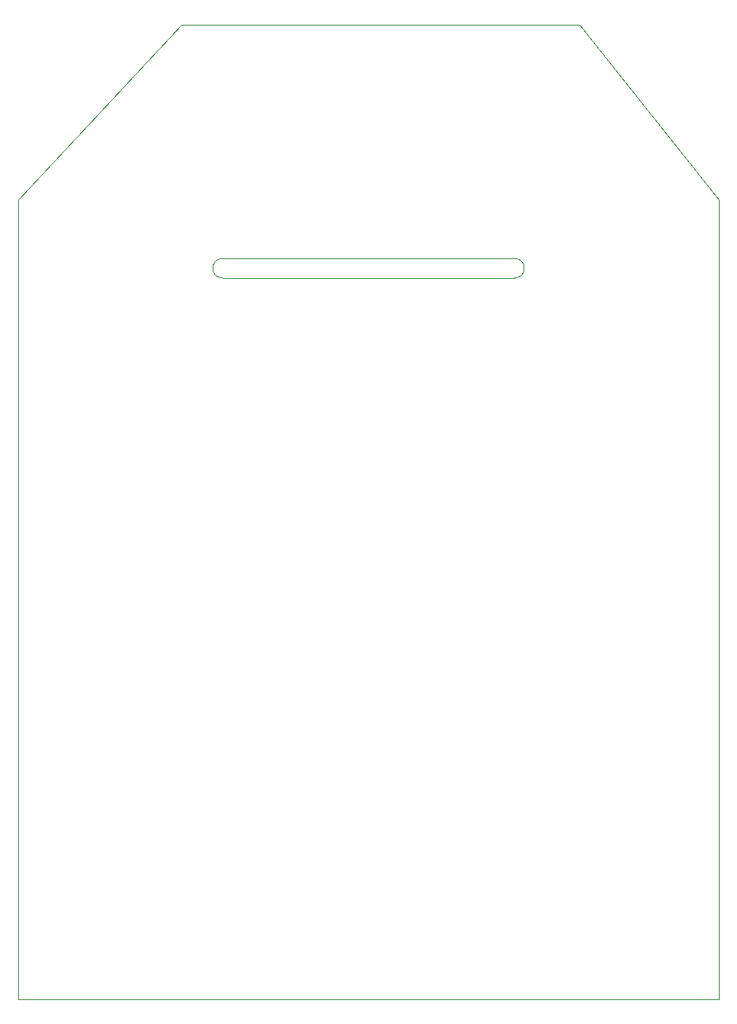
<source format=gbr>
%TF.GenerationSoftware,KiCad,Pcbnew,5.1.10*%
%TF.CreationDate,2021-11-06T23:11:44+01:00*%
%TF.ProjectId,Teebeutel,54656562-6575-4746-956c-2e6b69636164,rev?*%
%TF.SameCoordinates,Original*%
%TF.FileFunction,Profile,NP*%
%FSLAX46Y46*%
G04 Gerber Fmt 4.6, Leading zero omitted, Abs format (unit mm)*
G04 Created by KiCad (PCBNEW 5.1.10) date 2021-11-06 23:11:44*
%MOMM*%
%LPD*%
G01*
G04 APERTURE LIST*
%TA.AperFunction,Profile*%
%ADD10C,0.100000*%
%TD*%
G04 APERTURE END LIST*
D10*
X131000000Y-76000000D02*
G75*
G02*
X131000000Y-74000000I0J1000000D01*
G01*
X161000000Y-74000000D02*
G75*
G02*
X161000000Y-76000000I0J-1000000D01*
G01*
X131000000Y-74000000D02*
X161000000Y-74000000D01*
X161000000Y-76000000D02*
X131000000Y-76000000D01*
X126800000Y-50000000D02*
X110000000Y-68000000D01*
X167700000Y-50000000D02*
X182000000Y-68000000D01*
X110000000Y-150000000D02*
X182000000Y-150000000D01*
X126800000Y-50000000D02*
X167700000Y-50000000D01*
X110000000Y-150000000D02*
X110000000Y-68000000D01*
X182000000Y-68000000D02*
X182000000Y-150000000D01*
M02*

</source>
